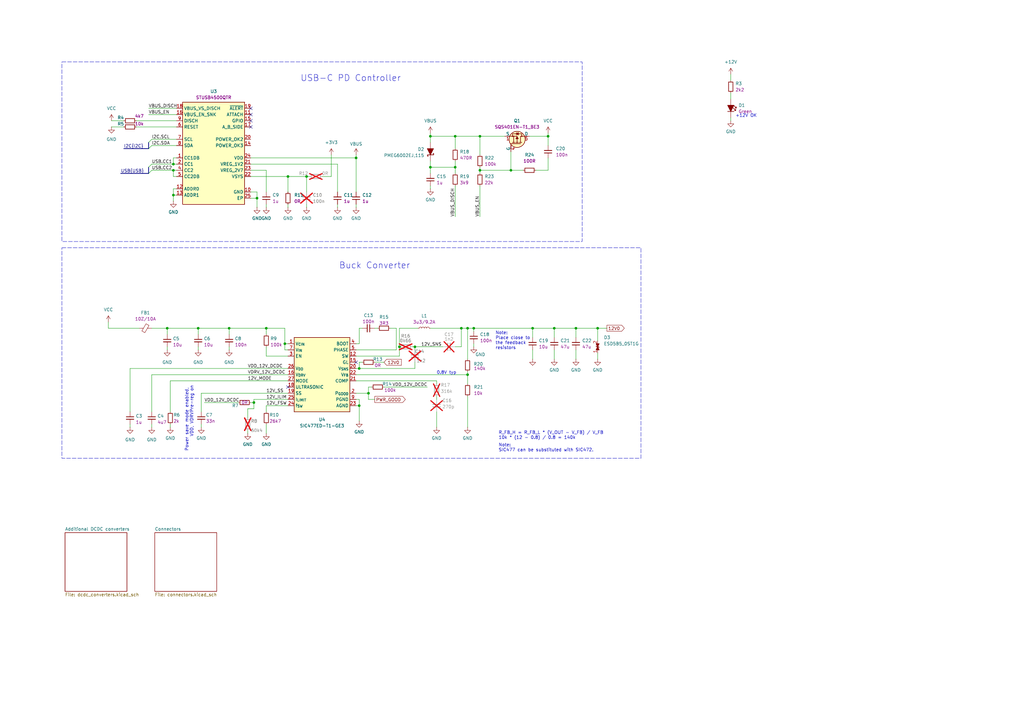
<source format=kicad_sch>
(kicad_sch (version 20230121) (generator eeschema)
  (paper "A3")
  (title_block (title "USB-C-power-adapter") (date "25.03.2024") (rev "1.0.0") (company "Antmicro"))
  (junction (at 118.11 72.39))
  (junction (at 116.84 140.97))
  (junction (at 170.18 142.24))
  (junction (at 71.12 69.85))
  (junction (at 68.58 134.62))
  (junction (at 71.12 80.01))
  (junction (at 176.53 68.58))
  (junction (at 146.05 64.77))
  (junction (at 147.32 151.13))
  (junction (at 176.53 55.88))
  (junction (at 186.69 68.58))
  (junction (at 224.79 55.88))
  (junction (at 104.14 165.1))
  (junction (at 163.83 142.24))
  (junction (at 105.41 81.28))
  (junction (at 196.85 55.88))
  (junction (at 245.11 134.62))
  (junction (at 194.31 134.62))
  (junction (at 186.69 55.88))
  (junction (at 191.77 134.62))
  (junction (at 189.23 134.62))
  (junction (at 236.22 134.62))
  (junction (at 191.77 153.67))
  (junction (at 196.85 69.85))
  (junction (at 81.28 134.62))
  (junction (at 209.55 69.85))
  (junction (at 227.33 134.62))
  (junction (at 71.12 67.31))
  (junction (at 109.22 134.62))
  (junction (at 93.98 134.62))
  (junction (at 125.73 72.39))
  (junction (at 151.13 161.29))
  (junction (at 147.32 166.37))
  (junction (at 218.44 134.62))
  (no_connect (at 102.87 49.53))
  (no_connect (at 102.87 46.99))
  (no_connect (at 102.87 52.07))
  (no_connect (at 146.05 148.59))
  (no_connect (at 118.11 158.75))
  (no_connect (at 102.87 44.45))
  (bus_entry (at 62.23 59.69) (size -1.27 1.27))
  (bus_entry (at 62.23 67.31) (size -1.27 1.27))
  (bus_entry (at 62.23 57.15) (size -1.27 1.27))
  (bus_entry (at 62.23 69.85) (size -1.27 1.27))
  (wire (pts (xy 157.48 158.75) (xy 175.26 158.75)))
  (wire (pts (xy 191.77 162.56) (xy 191.77 175.26)))
  (wire (pts (xy 55.88 52.07) (xy 72.39 52.07)))
  (wire (pts (xy 116.84 143.51) (xy 116.84 140.97)))
  (wire (pts (xy 71.12 80.01) (xy 72.39 80.01)))
  (wire (pts (xy 224.79 69.85) (xy 224.79 64.77)))
  (wire (pts (xy 227.33 134.62) (xy 218.44 134.62)))
  (wire (pts (xy 186.69 142.24) (xy 189.23 142.24)))
  (wire (pts (xy 147.32 151.13) (xy 170.18 151.13)))
  (wire (pts (xy 186.69 55.88) (xy 196.85 55.88)))
  (wire (pts (xy 179.07 168.91) (xy 179.07 175.26)))
  (wire (pts (xy 109.22 146.05) (xy 118.11 146.05)))
  (wire (pts (xy 248.92 134.62) (xy 245.11 134.62)))
  (wire (pts (xy 93.98 134.62) (xy 109.22 134.62)))
  (wire (pts (xy 146.05 146.05) (xy 163.83 146.05)))
  (wire (pts (xy 151.13 163.83) (xy 153.67 163.83)))
  (wire (pts (xy 227.33 134.62) (xy 236.22 134.62)))
  (wire (pts (xy 62.23 69.85) (xy 71.12 69.85)))
  (wire (pts (xy 151.13 163.83) (xy 151.13 161.29)))
  (wire (pts (xy 81.28 134.62) (xy 81.28 137.16)))
  (bus (pts (xy 60.96 58.42) (xy 60.96 60.96)))
  (wire (pts (xy 101.6 167.64) (xy 104.14 167.64)))
  (bus (pts (xy 60.96 68.58) (xy 60.96 71.12)))
  (wire (pts (xy 147.32 148.59) (xy 147.32 151.13)))
  (wire (pts (xy 62.23 153.67) (xy 62.23 168.91)))
  (wire (pts (xy 176.53 71.12) (xy 176.53 68.58)))
  (wire (pts (xy 102.87 165.1) (xy 104.14 165.1)))
  (wire (pts (xy 62.23 134.62) (xy 68.58 134.62)))
  (wire (pts (xy 146.05 153.67) (xy 191.77 153.67)))
  (wire (pts (xy 163.83 134.62) (xy 171.45 134.62)))
  (wire (pts (xy 148.59 148.59) (xy 147.32 148.59)))
  (wire (pts (xy 209.55 69.85) (xy 214.63 69.85)))
  (wire (pts (xy 146.05 64.77) (xy 146.05 78.74)))
  (wire (pts (xy 151.13 158.75) (xy 152.4 158.75)))
  (wire (pts (xy 55.88 49.53) (xy 72.39 49.53)))
  (wire (pts (xy 179.07 162.56) (xy 179.07 163.83)))
  (wire (pts (xy 125.73 72.39) (xy 127 72.39)))
  (wire (pts (xy 102.87 69.85) (xy 109.22 69.85)))
  (wire (pts (xy 147.32 166.37) (xy 147.32 172.72)))
  (wire (pts (xy 118.11 72.39) (xy 118.11 78.74)))
  (wire (pts (xy 146.05 156.21) (xy 179.07 156.21)))
  (wire (pts (xy 194.31 140.97) (xy 194.31 142.24)))
  (wire (pts (xy 191.77 153.67) (xy 191.77 157.48)))
  (wire (pts (xy 147.32 134.62) (xy 148.59 134.62)))
  (wire (pts (xy 147.32 163.83) (xy 146.05 163.83)))
  (wire (pts (xy 45.72 49.53) (xy 50.8 49.53)))
  (wire (pts (xy 82.55 161.29) (xy 118.11 161.29)))
  (wire (pts (xy 93.98 134.62) (xy 93.98 137.16)))
  (wire (pts (xy 105.41 78.74) (xy 105.41 81.28)))
  (wire (pts (xy 72.39 77.47) (xy 71.12 77.47)))
  (wire (pts (xy 196.85 55.88) (xy 196.85 63.5)))
  (wire (pts (xy 176.53 54.61) (xy 176.53 55.88)))
  (wire (pts (xy 186.69 68.58) (xy 186.69 71.12)))
  (wire (pts (xy 219.71 69.85) (xy 224.79 69.85)))
  (wire (pts (xy 176.53 68.58) (xy 176.53 66.04)))
  (wire (pts (xy 176.53 55.88) (xy 176.53 58.42)))
  (wire (pts (xy 176.53 77.47) (xy 176.53 76.2)))
  (wire (pts (xy 196.85 68.58) (xy 196.85 69.85)))
  (wire (pts (xy 69.85 156.21) (xy 118.11 156.21)))
  (wire (pts (xy 179.07 156.21) (xy 179.07 157.48)))
  (wire (pts (xy 162.56 143.51) (xy 162.56 134.62)))
  (wire (pts (xy 138.43 85.09) (xy 138.43 83.82)))
  (wire (pts (xy 62.23 173.99) (xy 62.23 175.26)))
  (wire (pts (xy 191.77 152.4) (xy 191.77 153.67)))
  (wire (pts (xy 104.14 163.83) (xy 118.11 163.83)))
  (wire (pts (xy 68.58 134.62) (xy 68.58 137.16)))
  (wire (pts (xy 109.22 85.09) (xy 109.22 83.82)))
  (wire (pts (xy 146.05 143.51) (xy 162.56 143.51)))
  (wire (pts (xy 44.45 134.62) (xy 57.15 134.62)))
  (wire (pts (xy 196.85 69.85) (xy 196.85 71.12)))
  (wire (pts (xy 224.79 54.61) (xy 224.79 55.88)))
  (wire (pts (xy 227.33 134.62) (xy 227.33 138.43)))
  (wire (pts (xy 125.73 85.09) (xy 125.73 83.82)))
  (wire (pts (xy 101.6 167.64) (xy 101.6 171.45)))
  (wire (pts (xy 116.84 140.97) (xy 118.11 140.97)))
  (wire (pts (xy 62.23 153.67) (xy 118.11 153.67)))
  (wire (pts (xy 217.17 55.88) (xy 224.79 55.88)))
  (wire (pts (xy 104.14 163.83) (xy 104.14 165.1)))
  (wire (pts (xy 236.22 143.51) (xy 236.22 147.32)))
  (wire (pts (xy 71.12 64.77) (xy 71.12 67.31)))
  (bus (pts (xy 60.96 71.12) (xy 49.53 71.12)))
  (wire (pts (xy 135.89 72.39) (xy 132.08 72.39)))
  (wire (pts (xy 176.53 55.88) (xy 186.69 55.88)))
  (wire (pts (xy 102.87 72.39) (xy 118.11 72.39)))
  (wire (pts (xy 147.32 140.97) (xy 146.05 140.97)))
  (wire (pts (xy 194.31 134.62) (xy 194.31 135.89)))
  (wire (pts (xy 163.83 142.24) (xy 163.83 134.62)))
  (wire (pts (xy 146.05 151.13) (xy 147.32 151.13)))
  (wire (pts (xy 53.34 173.99) (xy 53.34 175.26)))
  (wire (pts (xy 227.33 143.51) (xy 227.33 147.32)))
  (wire (pts (xy 109.22 134.62) (xy 116.84 134.62)))
  (wire (pts (xy 196.85 88.9) (xy 196.85 76.2)))
  (wire (pts (xy 62.23 67.31) (xy 71.12 67.31)))
  (wire (pts (xy 60.96 44.45) (xy 72.39 44.45)))
  (wire (pts (xy 146.05 166.37) (xy 147.32 166.37)))
  (wire (pts (xy 71.12 72.39) (xy 72.39 72.39)))
  (wire (pts (xy 109.22 173.99) (xy 109.22 177.8)))
  (wire (pts (xy 153.67 134.62) (xy 154.94 134.62)))
  (wire (pts (xy 176.53 134.62) (xy 189.23 134.62)))
  (wire (pts (xy 170.18 151.13) (xy 170.18 148.59)))
  (wire (pts (xy 105.41 81.28) (xy 105.41 85.09)))
  (wire (pts (xy 71.12 67.31) (xy 72.39 67.31)))
  (wire (pts (xy 102.87 67.31) (xy 138.43 67.31)))
  (wire (pts (xy 189.23 134.62) (xy 191.77 134.62)))
  (wire (pts (xy 116.84 140.97) (xy 116.84 134.62)))
  (wire (pts (xy 71.12 69.85) (xy 72.39 69.85)))
  (wire (pts (xy 236.22 134.62) (xy 236.22 138.43)))
  (wire (pts (xy 146.05 63.5) (xy 146.05 64.77)))
  (wire (pts (xy 189.23 142.24) (xy 189.23 134.62)))
  (wire (pts (xy 82.55 173.99) (xy 82.55 175.26)))
  (wire (pts (xy 168.91 142.24) (xy 170.18 142.24)))
  (wire (pts (xy 118.11 72.39) (xy 125.73 72.39)))
  (wire (pts (xy 299.72 49.53) (xy 299.72 48.26)))
  (wire (pts (xy 60.96 46.99) (xy 72.39 46.99)))
  (wire (pts (xy 109.22 166.37) (xy 109.22 168.91)))
  (wire (pts (xy 105.41 81.28) (xy 102.87 81.28)))
  (wire (pts (xy 72.39 64.77) (xy 71.12 64.77)))
  (wire (pts (xy 83.82 165.1) (xy 97.79 165.1)))
  (wire (pts (xy 162.56 134.62) (xy 160.02 134.62)))
  (wire (pts (xy 62.23 57.15) (xy 72.39 57.15)))
  (wire (pts (xy 245.11 134.62) (xy 245.11 139.7)))
  (wire (pts (xy 163.83 146.05) (xy 163.83 142.24)))
  (wire (pts (xy 186.69 60.96) (xy 186.69 55.88)))
  (wire (pts (xy 151.13 158.75) (xy 151.13 161.29)))
  (wire (pts (xy 71.12 77.47) (xy 71.12 80.01)))
  (wire (pts (xy 147.32 163.83) (xy 147.32 166.37)))
  (wire (pts (xy 62.23 59.69) (xy 72.39 59.69)))
  (wire (pts (xy 109.22 69.85) (xy 109.22 78.74)))
  (wire (pts (xy 101.6 176.53) (xy 101.6 177.8)))
  (wire (pts (xy 125.73 72.39) (xy 125.73 78.74)))
  (wire (pts (xy 109.22 142.24) (xy 109.22 146.05)))
  (wire (pts (xy 118.11 143.51) (xy 116.84 143.51)))
  (wire (pts (xy 45.72 52.07) (xy 50.8 52.07)))
  (wire (pts (xy 207.01 55.88) (xy 196.85 55.88)))
  (wire (pts (xy 146.05 85.09) (xy 146.05 83.82)))
  (wire (pts (xy 93.98 142.24) (xy 93.98 143.51)))
  (wire (pts (xy 236.22 134.62) (xy 245.11 134.62)))
  (wire (pts (xy 69.85 156.21) (xy 69.85 168.91)))
  (wire (pts (xy 109.22 134.62) (xy 109.22 137.16)))
  (wire (pts (xy 194.31 134.62) (xy 218.44 134.62)))
  (wire (pts (xy 82.55 161.29) (xy 82.55 168.91)))
  (wire (pts (xy 191.77 134.62) (xy 194.31 134.62)))
  (wire (pts (xy 191.77 134.62) (xy 191.77 147.32)))
  (wire (pts (xy 138.43 67.31) (xy 138.43 78.74)))
  (wire (pts (xy 170.18 142.24) (xy 181.61 142.24)))
  (wire (pts (xy 218.44 134.62) (xy 218.44 138.43)))
  (wire (pts (xy 170.18 142.24) (xy 170.18 143.51)))
  (wire (pts (xy 69.85 173.99) (xy 69.85 175.26)))
  (wire (pts (xy 153.67 148.59) (xy 157.48 148.59)))
  (wire (pts (xy 102.87 78.74) (xy 105.41 78.74)))
  (wire (pts (xy 147.32 134.62) (xy 147.32 140.97)))
  (wire (pts (xy 68.58 134.62) (xy 81.28 134.62)))
  (wire (pts (xy 104.14 167.64) (xy 104.14 165.1)))
  (wire (pts (xy 176.53 68.58) (xy 186.69 68.58)))
  (wire (pts (xy 299.72 30.48) (xy 299.72 33.02)))
  (wire (pts (xy 299.72 38.1) (xy 299.72 40.64)))
  (wire (pts (xy 44.45 132.08) (xy 44.45 134.62)))
  (wire (pts (xy 245.11 144.78) (xy 245.11 147.32)))
  (wire (pts (xy 186.69 66.04) (xy 186.69 68.58)))
  (wire (pts (xy 71.12 80.01) (xy 71.12 82.55)))
  (wire (pts (xy 196.85 69.85) (xy 209.55 69.85)))
  (wire (pts (xy 53.34 151.13) (xy 118.11 151.13)))
  (wire (pts (xy 209.55 69.85) (xy 209.55 62.23)))
  (wire (pts (xy 68.58 142.24) (xy 68.58 143.51)))
  (wire (pts (xy 146.05 161.29) (xy 151.13 161.29)))
  (wire (pts (xy 71.12 69.85) (xy 71.12 72.39)))
  (wire (pts (xy 224.79 55.88) (xy 224.79 59.69)))
  (wire (pts (xy 118.11 85.09) (xy 118.11 83.82)))
  (wire (pts (xy 135.89 63.5) (xy 135.89 72.39)))
  (bus (pts (xy 60.96 60.96) (xy 50.8 60.96)))
  (wire (pts (xy 102.87 64.77) (xy 146.05 64.77)))
  (wire (pts (xy 218.44 143.51) (xy 218.44 147.32)))
  (wire (pts (xy 186.69 88.9) (xy 186.69 76.2)))
  (wire (pts (xy 53.34 151.13) (xy 53.34 168.91)))
  (wire (pts (xy 118.11 166.37) (xy 109.22 166.37)))
  (wire (pts (xy 81.28 134.62) (xy 93.98 134.62)))
  (wire (pts (xy 81.28 142.24) (xy 81.28 143.51)))
  (rectangle (start 25.4 25.4) (end 238.76 99.06) (stroke (width 0) (type dash)))
  (rectangle (start 25.4 101.6) (end 262.89 187.96) (stroke (width 0) (type dash)))
  (text "Note:\nPlace close to\nthe feedback \nresistors" (at 203.2 143.51 0) (effects (font (size 1.27 1.27)) (justify left bottom)))
  (text "0.8V typ" (at 179.07 153.67 0) (effects (font (size 1.27 1.27)) (justify left bottom)))
  (text "+12V OK" (at 301.625 48.26 0) (effects (font (size 1.27 1.27)) (justify left bottom)))
  (text "Power save mode enabled, \nVDD, VDRVPre-reg on" (at 79.375 158.115 90) (effects (font (size 1.27 1.27)) (justify right bottom)))
  (text "Note:\nSIC477 can be substituted with SIC472." (at 204.47 185.42 0) (effects (font (size 1.27 1.27)) (justify left bottom)))
  (text "USB-C PD Controller" (at 123.19 33.655 0) (effects (font (size 2.54 2.54)) (justify left bottom)))
  (text "Buck Converter" (at 139.065 110.49 0) (effects (font (size 2.54 2.54)) (justify left bottom)))
  (text "R_FB_H = R_FB_L * (V_OUT - V_FB) / V_FB \n10k * (12 - 0.8) / 0.8 = 140k\n" (at 204.47 180.34 0) (effects (font (size 1.27 1.27)) (justify left bottom)))
  (label "USB.CC1" (at 62.23 67.31 0))
  (label "USB.CC2" (at 62.23 69.85 0))
  (label "VBUS_EN" (at 196.85 88.9 90))
  (label "VBUS_EN" (at 60.96 46.99 0))
  (label "12V_FSW" (at 109.22 166.37 0))
  (label "USB{USB}" (at 49.53 71.12 0))
  (label "I2C.SCL" (at 62.23 57.15 0))
  (label "12V_SNS" (at 172.72 142.24 0))
  (label "VDD_12V_DCDC" (at 175.26 158.75 180))
  (label "VDD_12V_DCDC" (at 101.6 151.13 0))
  (label "12V_ILIM" (at 109.22 163.83 0))
  (label "VBUS_DISCH" (at 186.69 88.9 90))
  (label "12V_MODE" (at 101.6 156.21 0))
  (label "VDD_12V_DCDC" (at 83.82 165.1 0))
  (label "I2C.SDA" (at 62.23 59.69 0))
  (label "I2C{I2C}" (at 50.8 60.96 0))
  (label "VDRV_12V_DCDC" (at 101.6 153.67 0))
  (label "VBUS_DISCH" (at 60.96 44.45 0))
  (label "12V_SS" (at 109.22 161.29 0))
  (global_label "PWR_GOOD" (shape output) (at 153.67 163.83 0) (property "Intersheetrefs" "${INTERSHEET_REFS}" (effects hide)))
  (global_label "12V0" (shape input) (at 157.48 148.59 0) (property "Intersheetrefs" "${INTERSHEET_REFS}" (effects hide)))
  (global_label "12V0" (shape output) (at 248.92 134.62 0) (property "Intersheetrefs" "${INTERSHEET_REFS}" (effects hide)))
  (symbol (lib_id "antmicroCapacitors0402:C_100n_0402") (at 153.67 134.62 0) (mirror y) (unit 1)
    (property "Reference" "C13" (at 151.1236 129.3581 0))
    (property "Value" "C_100n_0402" (effects hide))
    (property "Footprint" "antmicro-footprints:C_0402_1005Metric" (effects hide))
    (property "Datasheet" "https://www.murata.com/products/productdetail?partno=GRM155R61H104KE14%23" (effects hide))
    (property "Manufacturer" "Murata" (effects hide))
    (property "MPN" "GRM155R61H104KE14D" (effects hide))
    (property "Val" "100n" (at 151.1236 131.895 0))
    (property "License" "Apache-2.0" (effects hide))
    (property "Author" "Antmicro" (effects hide))
    (property "Voltage" "50V" (effects hide))
    (property "Dielectric" "X5R" (effects hide))
  )
  (symbol (lib_id "antmicroCapacitorsmisc:C_47u_16V_1206") (at 227.33 143.51 90) (unit 1)
    (property "Reference" "C21" (at 229.87 139.7 90) (effects (justify right)))
    (property "Value" "C_47u_16V_1206" (effects hide))
    (property "Footprint" "antmicro-footprints:C_1206_3216Metric" (effects hide))
    (property "Datasheet" "https://product.tdk.com/en/search/capacitor/ceramic/mlcc/info?part_no=C3216X5R1C476M160AB" (effects hide))
    (property "MPN" "C3216X5R1C476M160AB" (effects hide))
    (property "Manufacturer" "TDK" (effects hide))
    (property "License" "Apache-2.0" (effects hide))
    (property "Author" "Antmicro" (effects hide))
    (property "Val" "47u" (at 229.87 142.24 90) (effects (justify right)))
    (property "Voltage" "16V" (effects hide))
    (property "Dielectric" "X5R" (effects hide))
  )
  (symbol (lib_id "antmicropower:GND") (at 93.98 143.51 0) (unit 1)
    (property "Reference" "#PWR026" (effects hide))
    (property "Value" "GND" (at 93.98 148.59 0))
    (property "Author" "Antmicro" (effects hide))
    (property "License" "Apache-2.0" (effects hide))
  )
  (symbol (lib_id "antmicroResistors0402:R_100k_0402") (at 196.85 68.58 90) (unit 1)
    (property "Reference" "R22" (at 198.755 64.77 90) (effects (justify right)))
    (property "Value" "R_100k_0402" (effects hide))
    (property "Footprint" "antmicro-footprints:R_0402_1005Metric" (effects hide))
    (property "Datasheet" "https://www.bourns.com/docs/product-datasheets/cr.pdf" (effects hide))
    (property "MPN" "CR0402-FX-1003GLF" (effects hide))
    (property "Manufacturer" "Bourns" (effects hide))
    (property "License" "Apache-2.0" (effects hide))
    (property "Author" "Antmicro" (effects hide))
    (property "Val" "100k" (at 198.755 67.31 90) (effects (justify right)))
    (property "Tolerance" "1%" (effects hide))
  )
  (symbol (lib_id "antmicroCapacitorsmisc:C_47u_16V_1206") (at 236.22 143.51 90) (unit 1)
    (property "Reference" "C22" (at 238.76 139.7 90) (effects (justify right)))
    (property "Value" "C_47u_16V_1206" (effects hide))
    (property "Footprint" "antmicro-footprints:C_1206_3216Metric" (effects hide))
    (property "Datasheet" "https://product.tdk.com/en/search/capacitor/ceramic/mlcc/info?part_no=C3216X5R1C476M160AB" (effects hide))
    (property "MPN" "C3216X5R1C476M160AB" (effects hide))
    (property "Manufacturer" "TDK" (effects hide))
    (property "License" "Apache-2.0" (effects hide))
    (property "Author" "Antmicro" (effects hide))
    (property "Val" "47u" (at 238.76 142.24 90) (effects (justify right)))
    (property "Voltage" "16V" (effects hide))
    (property "Dielectric" "X5R" (effects hide))
  )
  (symbol (lib_id "antmicroResistors0402:R_60k4_0402") (at 101.6 171.45 270) (unit 1) (in_bom no) (dnp yes)
    (property "Reference" "R8" (at 102.87 172.72 90) (effects (justify left)))
    (property "Value" "R_60k4_0402" (effects hide))
    (property "Footprint" "antmicro-footprints:R_0402_1005Metric" (effects hide))
    (property "Datasheet" "https://www.bourns.com/docs/product-datasheets/cr.pdf" (effects hide))
    (property "Manufacturer" "Bourns" (effects hide))
    (property "MPN" "CR0402-FX-6042GLF" (effects hide))
    (property "Val" "60k4" (at 102.87 176.53 90) (effects (justify left)))
    (property "DNP" "DNP" (effects hide))
    (property "License" "Apache-2.0" (effects hide))
    (property "Author" "Antmicro" (effects hide))
    (property "Tolerance" "1%" (effects hide))
  )
  (symbol (lib_id "antmicroCapacitors0402:C_1n2_50V_0402") (at 170.18 148.59 90) (unit 1) (in_bom no) (dnp yes)
    (property "Reference" "C14" (at 170.18 144.145 90) (effects (justify right)))
    (property "Value" "C_1n2_50V_0402" (effects hide))
    (property "Footprint" "antmicro-footprints:C_0402_1005Metric" (effects hide))
    (property "Datasheet" "https://www.murata.com/products/productdetail?partno=GCM155R71H122KA37%23" (effects hide))
    (property "Manufacturer" "Murata" (effects hide))
    (property "MPN" "GCM155R71H122KA37D" (effects hide))
    (property "Val" "1n2" (at 170.815 147.955 90) (effects (justify right)))
    (property "DNP" "DNP" (effects hide))
    (property "License" "Apache-2.0" (effects hide))
    (property "Author" "Antmicro" (effects hide))
    (property "Voltage" "50V" (effects hide))
  )
  (symbol (lib_id "antmicroResistors0603:R_3k9_0603") (at 186.69 76.2 90) (unit 1)
    (property "Reference" "R19" (at 188.595 72.39 90) (effects (justify right)))
    (property "Value" "R_3k9_0603" (effects hide))
    (property "Footprint" "antmicro-footprints:R_0603_1608Metric" (effects hide))
    (property "Datasheet" "https://www.bourns.com/docs/product-datasheets/cr.pdf" (effects hide))
    (property "MPN" "CR0603-FX-3901ELF" (effects hide))
    (property "Manufacturer" "Bourns" (effects hide))
    (property "License" "Apache-2.0" (effects hide))
    (property "Author" "Antmicro" (effects hide))
    (property "Val" "3k9" (at 188.595 74.93 90) (effects (justify right)))
    (property "Tolerance" "1%" (effects hide))
  )
  (symbol (lib_id "antmicroResistorsmisc:R_4k7_0805") (at 55.88 49.53 180) (unit 1)
    (property "Reference" "R4" (at 49.53 48.26 0))
    (property "Value" "R_4k7_0805" (effects hide))
    (property "Footprint" "antmicro-footprints:R_0805_2012Metric" (effects hide))
    (property "Datasheet" "https://www.bourns.com/docs/product-datasheets/cr.pdf" (effects hide))
    (property "MPN" "CR0805-FX-4701ELF" (effects hide))
    (property "Manufacturer" "Bourns" (effects hide))
    (property "License" "Apache-2.0" (effects hide))
    (property "Author" "Antmicro" (effects hide))
    (property "Val" "4k7" (at 57.15 47.625 0))
    (property "Tolerance" "1%" (effects hide))
  )
  (symbol (lib_id "antmicroCapacitors0402:C_100n_0402") (at 194.31 135.89 270) (unit 1)
    (property "Reference" "C18" (at 196.85 137.1662 90) (effects (justify left)))
    (property "Value" "C_100n_0402" (effects hide))
    (property "Footprint" "antmicro-footprints:C_0402_1005Metric" (effects hide))
    (property "Datasheet" "https://www.murata.com/products/productdetail?partno=GRM155R61H104KE14%23" (effects hide))
    (property "Manufacturer" "Murata" (effects hide))
    (property "MPN" "GRM155R61H104KE14D" (effects hide))
    (property "Val" "100n" (at 196.85 139.7062 90) (effects (justify left)))
    (property "License" "Apache-2.0" (effects hide))
    (property "Author" "Antmicro" (effects hide))
    (property "Voltage" "50V" (effects hide))
    (property "Dielectric" "X5R" (effects hide))
  )
  (symbol (lib_id "antmicroTransistorsFETsMOSFETsSingle:SQS401EN-T1_BE3") (at 209.55 62.23 270) (mirror x) (unit 1) (in_bom no)
    (property "Reference" "Q1" (at 212.09 49.53 90))
    (property "Value" "SQS401EN-T1_BE3" (effects hide))
    (property "Footprint" "antmicro-footprints:Vishay_PowerPAK_1212-8_Single" (effects hide))
    (property "Datasheet" "https://www.vishay.com/docs/65529/sqs401en.pdf" (effects hide))
    (property "MPN" "SQS401EN-T1_BE3" (at 212.09 52.07 90))
    (property "Manufacturer" "Vishay" (effects hide))
    (property "Author" "Antmicro" (effects hide))
    (property "License" "Apache-2.0" (effects hide))
  )
  (symbol (lib_id "antmicroResistors0402:R_0R_0402") (at 127 72.39 0) (unit 1) (in_bom no) (dnp yes)
    (property "Reference" "R12" (at 124.46 71.12 0))
    (property "Value" "R_0R_0402" (effects hide))
    (property "Footprint" "antmicro-footprints:R_0402_1005Metric" (effects hide))
    (property "Datasheet" "https://industrial.panasonic.com/cdbs/www-data/pdf/RDA0000/AOA0000C301.pdf" (effects hide))
    (property "MPN" "ERJ2GE0R00X" (effects hide))
    (property "Manufacturer" "Panasonic" (effects hide))
    (property "License" "Apache-2.0" (effects hide))
    (property "Author" "Antmicro" (effects hide))
    (property "Val" "0R" (at 133.35 71.12 0))
    (property "Current" "1A" (effects hide))
    (property "DNP" "DNP" (effects hide))
  )
  (symbol (lib_id "antmicropower:GND") (at 299.72 49.53 0) (unit 1)
    (property "Reference" "#PWR015" (effects hide))
    (property "Value" "GND" (at 299.72 53.975 0))
    (property "Author" "Antmicro" (effects hide))
    (property "License" "Apache-2.0" (effects hide))
  )
  (symbol (lib_id "antmicropower:VBUS") (at 146.05 63.5 0) (unit 1)
    (property "Reference" "#PWR035" (effects hide))
    (property "Value" "VBUS" (at 146.05 59.055 0))
  )
  (symbol (lib_id "antmicropower:VCC") (at 224.79 54.61 0) (unit 1)
    (property "Reference" "#PWR044" (effects hide))
    (property "Value" "VCC" (at 224.79 49.53 0))
  )
  (symbol (lib_id "antmicroResistors0402:R_2k_0402") (at 69.85 168.91 270) (unit 1)
    (property "Reference" "R6" (at 71.12 170.18 90) (effects (justify left)))
    (property "Value" "R_2k_0402" (effects hide))
    (property "Footprint" "antmicro-footprints:R_0402_1005Metric" (effects hide))
    (property "Datasheet" "https://www.bourns.com/docs/product-datasheets/cr.pdf" (effects hide))
    (property "Manufacturer" "Bourns" (effects hide))
    (property "MPN" "CR0402-FX-2001GLF" (effects hide))
    (property "Val" "2k" (at 71.12 172.72 90) (effects (justify left)))
    (property "License" "Apache-2.0" (effects hide))
    (property "Author" "Antmicro" (effects hide))
    (property "Tolerance" "1%" (effects hide))
  )
  (symbol (lib_id "antmicroFerriteBeadsandChips:FB_10Z_10A_WE-MPSB_1206") (at 57.15 134.62 0) (unit 1)
    (property "Reference" "FB1" (at 59.6519 128.27 0))
    (property "Value" "FB_10Z_10A_WE-MPSB_1206" (effects hide))
    (property "Footprint" "antmicro-footprints:FB_1206_3216Metric" (effects hide))
    (property "Datasheet" "https://www.we-online.com/catalog/datasheet/74279221100.pdf" (effects hide))
    (property "MPN" "74279221100" (effects hide))
    (property "Manufacturer" "Würth Elektronik" (effects hide))
    (property "Author" "Antmicro" (effects hide))
    (property "License" "Apache-2.0" (effects hide))
    (property "Val" "10Z/10A" (at 59.6519 130.81 0))
  )
  (symbol (lib_id "antmicropower:GND") (at 138.43 85.09 0) (mirror y) (unit 1)
    (property "Reference" "#PWR034" (effects hide))
    (property "Value" "GND" (at 138.43 89.535 0))
    (property "Author" "Antmicro" (effects hide))
    (property "License" "Apache-2.0" (effects hide))
  )
  (symbol (lib_id "antmicroCapacitors0603:C_10u_25V_0603") (at 218.44 143.51 90) (unit 1)
    (property "Reference" "C19" (at 220.98 139.6936 90) (effects (justify right)))
    (property "Value" "C_10u_25V_0603" (effects hide))
    (property "Footprint" "antmicro-footprints:C_0603_1608Metric" (effects hide))
    (property "Datasheet" "https://product.tdk.com/en/search/capacitor/ceramic/mlcc/info?part_no=C1608X5R1E106M080AC" (effects hide))
    (property "MPN" "C1608X5R1E106M080AC" (effects hide))
    (property "Manufacturer" "TDK" (effects hide))
    (property "License" "Apache-2.0" (effects hide))
    (property "Author" "Antmicro" (effects hide))
    (property "Val" "10u" (at 220.98 142.2336 90) (effects (justify right)))
    (property "Voltage" "25V" (effects hide))
  )
  (symbol (lib_id "antmicroCapacitors0402:C_1n2_50V_0402") (at 181.61 142.24 0) (unit 1) (in_bom no) (dnp yes)
    (property "Reference" "C17" (at 184.15 137.16 0))
    (property "Value" "C_1n2_50V_0402" (effects hide))
    (property "Footprint" "antmicro-footprints:C_0402_1005Metric" (effects hide))
    (property "Datasheet" "https://www.murata.com/products/productdetail?partno=GCM155R71H122KA37%23" (effects hide))
    (property "Manufacturer" "Murata" (effects hide))
    (property "MPN" "GCM155R71H122KA37D" (effects hide))
    (property "Val" "1n2" (at 184.15 139.065 0))
    (property "DNP" "DNP" (effects hide))
    (property "License" "Apache-2.0" (effects hide))
    (property "Author" "Antmicro" (effects hide))
    (property "Voltage" "50V" (effects hide))
  )
  (symbol (lib_id "antmicropower:GND") (at 176.53 77.47 0) (mirror y) (unit 1)
    (property "Reference" "#PWR039" (effects hide))
    (property "Value" "GND" (at 176.53 81.915 0))
    (property "Author" "Antmicro" (effects hide))
    (property "License" "Apache-2.0" (effects hide))
  )
  (symbol (lib_id "antmicropower:GND") (at 179.07 175.26 0) (mirror y) (unit 1)
    (property "Reference" "#PWR040" (effects hide))
    (property "Value" "GND" (at 179.07 179.705 0))
    (property "Author" "Antmicro" (effects hide))
    (property "License" "Apache-2.0" (effects hide))
  )
  (symbol (lib_id "antmicroResistors0402:R_100k_0402") (at 109.22 142.24 90) (unit 1)
    (property "Reference" "R9" (at 110.871 138.8653 90) (effects (justify right)))
    (property "Value" "R_100k_0402" (effects hide))
    (property "Footprint" "antmicro-footprints:R_0402_1005Metric" (effects hide))
    (property "Datasheet" "https://www.bourns.com/docs/product-datasheets/cr.pdf" (effects hide))
    (property "Manufacturer" "Bourns" (effects hide))
    (property "MPN" "CR0402-FX-1003GLF" (effects hide))
    (property "Val" "100k" (at 110.871 141.4022 90) (effects (justify right)))
    (property "License" "Apache-2.0" (effects hide))
    (property "Author" "Antmicro" (effects hide))
    (property "Tolerance" "1%" (effects hide))
  )
  (symbol (lib_id "antmicroDCDCConverters:SIC477ED-T1-GE3") (at 118.11 140.97 0) (unit 1)
    (property "Reference" "U4" (at 132.08 172.085 0))
    (property "Value" "SIC477ED-T1-GE3" (at 132.08 174.625 0))
    (property "Footprint" "antmicro-footprints:SIC47XED-T1-GE3" (effects hide))
    (property "Datasheet" "https://www.vishay.com/docs/75786/sic47x.pdf" (effects hide))
    (property "Manufacturer" "Vishay" (effects hide))
    (property "MPN" "SIC477ED-T1-GE3" (effects hide))
    (property "Author" "Antmicro" (effects hide))
    (property "License" "Apache-2.0" (effects hide))
  )
  (symbol (lib_id "antmicropower:VCC") (at 45.72 49.53 0) (unit 1)
    (property "Reference" "#PWR017" (effects hide))
    (property "Value" "VCC" (at 45.72 44.45 0))
  )
  (symbol (lib_id "antmicroResistors0402:R_22k_0402") (at 196.85 76.2 90) (unit 1)
    (property "Reference" "R23" (at 198.755 72.39 90) (effects (justify right)))
    (property "Value" "R_22k_0402" (effects hide))
    (property "Footprint" "antmicro-footprints:R_0402_1005Metric" (effects hide))
    (property "Datasheet" "https://www.bourns.com/docs/product-datasheets/cr.pdf" (effects hide))
    (property "MPN" "CR0402-FX-2202GLF" (effects hide))
    (property "Manufacturer" "Bourns" (effects hide))
    (property "License" "Apache-2.0" (effects hide))
    (property "Author" "Antmicro" (effects hide))
    (property "Val" "22k" (at 198.755 74.93 90) (effects (justify right)))
    (property "Tolerance" "1%" (effects hide))
  )
  (symbol (lib_id "antmicropower:GND") (at 146.05 85.09 0) (mirror y) (unit 1)
    (property "Reference" "#PWR036" (effects hide))
    (property "Value" "GND" (at 146.05 89.535 0))
    (property "Author" "Antmicro" (effects hide))
    (property "License" "Apache-2.0" (effects hide))
  )
  (symbol (lib_id "antmicroCapacitors0402:C_1u_0402") (at 138.43 83.82 90) (unit 1)
    (property "Reference" "C11" (at 140.97 80.0036 90) (effects (justify right)))
    (property "Value" "C_1u_0402" (effects hide))
    (property "Footprint" "antmicro-footprints:C_0402_1005Metric" (effects hide))
    (property "Datasheet" "https://product.tdk.com/en/search/capacitor/ceramic/mlcc/info?part_no=C1005X6S1A105K050BC" (effects hide))
    (property "MPN" "C1005X6S1A105K050BC" (effects hide))
    (property "Manufacturer" "TDK" (effects hide))
    (property "License" "Apache-2.0" (effects hide))
    (property "Author" "Antmicro" (effects hide))
    (property "Val" "1u" (at 140.97 82.5436 90) (effects (justify right)))
  )
  (symbol (lib_id "antmicroPMICPowerDistributionSwitchesLoadDrivers:STUSB4500_QFN") (at 72.39 44.45 0) (unit 1)
    (property "Reference" "U3" (at 87.63 37.465 0))
    (property "Value" "STUSB4500_QFN" (effects hide))
    (property "Footprint" "antmicro-footprints:QFN-24-1EP_4x4mm_P0.5_EP2.1x2.1mm" (effects hide))
    (property "Datasheet" "https://www.mouser.com/datasheet/2/389/dm00489312-1799262.pdf" (effects hide))
    (property "MPN" "STUSB4500QTR" (at 87.63 40.005 0))
    (property "Manufacturer" "STMicroelectronics" (effects hide))
    (property "Author" "Antmicro" (effects hide))
    (property "License" "Apache-2.0" (effects hide))
  )
  (symbol (lib_id "antmicroCapacitorsmisc:C_100n_50V_0402") (at 93.98 137.16 270) (unit 1)
    (property "Reference" "C8" (at 96.3041 138.8716 90) (effects (justify left)))
    (property "Value" "C_100n_50V_0402" (effects hide))
    (property "Footprint" "antmicro-footprints:C_0402_1005Metric" (effects hide))
    (property "Datasheet" "https://www.murata.com/products/productdetail?partno=GRM155R71H104KE14%23" (effects hide))
    (property "Manufacturer" "Murata" (effects hide))
    (property "MPN" "GRM155R71H104KE14D" (effects hide))
    (property "Val" "100n" (at 96.3041 141.4085 90) (effects (justify left)))
    (property "License" "Apache-2.0" (effects hide))
    (property "Author" "Antmicro" (effects hide))
    (property "Voltage" "50V" (effects hide))
  )
  (symbol (lib_id "antmicropower:GND") (at 69.85 175.26 0) (unit 1)
    (property "Reference" "#PWR022" (effects hide))
    (property "Value" "GND" (at 69.85 179.705 0))
    (property "Author" "Antmicro" (effects hide))
    (property "License" "Apache-2.0" (effects hide))
  )
  (symbol (lib_id "antmicropower:GND") (at 194.31 142.24 0) (unit 1)
    (property "Reference" "#PWR042" (effects hide))
    (property "Value" "GND" (at 194.945 145.415 0) (effects (justify left)))
    (property "Author" "Antmicro" (effects hide))
    (property "License" "Apache-2.0" (effects hide))
  )
  (symbol (lib_id "antmicroCapacitors0603:C_4u7_0603") (at 62.23 168.91 270) (unit 1)
    (property "Reference" "C4" (at 64.5541 170.6216 90) (effects (justify left)))
    (property "Value" "C_4u7_0603" (effects hide))
    (property "Footprint" "antmicro-footprints:C_0603_1608Metric" (effects hide))
    (property "Datasheet" "https://product.tdk.com/en/search/capacitor/ceramic/mlcc/info?part_no=C1608X5R1V475M080AC" (effects hide))
    (property "Manufacturer" "TDK" (effects hide))
    (property "MPN" "C1608X5R1V475M080AC" (effects hide))
    (property "Val" "4u7" (at 64.5541 173.1585 90) (effects (justify left)))
    (property "License" "Apache-2.0" (effects hide))
    (property "Author" "Antmicro" (effects hide))
  )
  (symbol (lib_id "antmicroResistors0402:R_10k_0402") (at 55.88 52.07 180) (unit 1)
    (property "Reference" "R5" (at 49.53 50.8 0))
    (property "Value" "R_10k_0402" (effects hide))
    (property "Footprint" "antmicro-footprints:R_0402_1005Metric" (effects hide))
    (property "Datasheet" "https://www.bourns.com/docs/product-datasheets/cr.pdf" (effects hide))
    (property "MPN" "CR0402-FX-1002GLF" (effects hide))
    (property "Manufacturer" "Bourns" (effects hide))
    (property "License" "Apache-2.0" (effects hide))
    (property "Author" "Antmicro" (effects hide))
    (property "Val" "10k" (at 57.15 50.8 0))
    (property "Tolerance" "1%" (effects hide))
  )
  (symbol (lib_id "antmicropower:GND") (at 147.32 172.72 0) (unit 1)
    (property "Reference" "#PWR037" (effects hide))
    (property "Value" "GND" (at 147.32 177.165 0))
    (property "Author" "Antmicro" (effects hide))
    (property "License" "Apache-2.0" (effects hide))
  )
  (symbol (lib_id "antmicropower:GND") (at 53.34 175.26 0) (mirror y) (unit 1)
    (property "Reference" "#PWR019" (effects hide))
    (property "Value" "GND" (at 53.34 180.34 0))
    (property "Author" "Antmicro" (effects hide))
    (property "License" "Apache-2.0" (effects hide))
  )
  (symbol (lib_id "antmicroTVSDiodes:ESD5B5_0ST1G") (at 245.11 144.78 90) (unit 1)
    (property "Reference" "D3" (at 247.65 138.4299 90) (effects (justify right)))
    (property "Value" "ESD5B5_0ST1G" (at 247.65 140.9699 90) (effects (justify right)))
    (property "Footprint" "antmicro-footprints:SOD-523_NP" (effects hide))
    (property "Datasheet" "https://www.mouser.com/datasheet/2/308/ESD5B5_0ST1_D-1805066.pdf" (effects hide))
    (property "Manufacturer" "ON Semiconductor" (effects hide))
    (property "MPN" "ESD5B5.0ST1G" (effects hide))
    (property "Author" "Antmicro" (effects hide))
    (property "License" "Apache-2.0" (effects hide))
  )
  (symbol (lib_id "antmicroResistors0402:R_140k_0.1%_0402") (at 191.77 152.4 90) (unit 1)
    (property "Reference" "R20" (at 198.12 148.59 90) (effects (justify left bottom)))
    (property "Value" "R_140k_0.1%_0402" (effects hide))
    (property "Footprint" "antmicro-footprints:R_0402_1005Metric" (effects hide))
    (property "Datasheet" "https://www.vishay.com/docs/28758/tnpw_e3.pdf" (effects hide))
    (property "MPN" "TNPW1206140KBEEA" (effects hide))
    (property "Val" "140k" (at 194.31 151.13 90) (effects (justify right)))
    (property "Manufacturer" "template_manufacturer" (effects hide))
    (property "Tolerance" "0.1%" (effects hide))
    (property "License" "Apache-2.0" (effects hide))
    (property "Author" "Antmicro" (effects hide))
  )
  (symbol (lib_id "antmicroLEDIndicationDiscrete:LED_G_0603_LG_L29K-G2J1-24-Z") (at 299.72 40.64 270) (unit 1)
    (property "Reference" "D1" (at 302.895 43.18 90) (effects (justify left)))
    (property "Value" "LED_G_0603_LG_L29K-G2J1-24-Z" (effects hide))
    (property "Footprint" "antmicro-footprints:LED_0603_1608Metric_G" (effects hide))
    (property "Datasheet" "https://dammedia.osram.info/media/resource/hires/osram-dam-2493945/LG%20L29K.pdf" (effects hide))
    (property "MPN" "LG L29K-G2J1-24-Z" (effects hide))
    (property "Manufacturer" "OSRAM" (effects hide))
    (property "Color" "Green" (at 302.895 45.72 90) (effects (justify left)))
    (property "Author" "Antmicro" (effects hide))
    (property "License" "Apache-2.0" (effects hide))
  )
  (symbol (lib_id "antmicroResistors0402:R_10k_0.1%_0402") (at 191.77 162.56 90) (unit 1)
    (property "Reference" "R21" (at 194.31 158.75 90) (effects (justify right)))
    (property "Value" "R_10k_0.1%_0402" (effects hide))
    (property "Footprint" "antmicro-footprints:R_0402_1005Metric" (effects hide))
    (property "Datasheet" "https://www.mouser.pl/datasheet/2/54/CRT-1649066.pdf" (effects hide))
    (property "MPN" "CRT0402-BY-1002GLF " (effects hide))
    (property "Val" "10k" (at 194.31 161.29 90) (effects (justify right)))
    (property "Manufacturer" "template_manufacturer" (effects hide))
    (property "Tolerance" "0.1%" (effects hide))
    (property "License" "Apache-2.0" (effects hide))
    (property "Author" "Antmicro" (effects hide))
  )
  (symbol (lib_id "antmicropower:+3V3") (at 135.89 63.5 0) (unit 1)
    (property "Reference" "#PWR033" (effects hide))
    (property "Value" "+3V3" (at 135.89 58.42 0))
    (property "Author" "Antmicro" (effects hide))
    (property "License" "Apache-2.0" (effects hide))
  )
  (symbol (lib_id "antmicroResistors0402:R_100R_0402") (at 214.63 69.85 0) (unit 1)
    (property "Reference" "R24" (at 217.17 63.5 0))
    (property "Value" "R_100R_0402" (effects hide))
    (property "Footprint" "antmicro-footprints:R_0402_1005Metric" (effects hide))
    (property "Datasheet" "https://www.bourns.com/docs/product-datasheets/cr.pdf" (effects hide))
    (property "MPN" "CR0402-FX-1000GLF" (effects hide))
    (property "Manufacturer" "Bourns" (effects hide))
    (property "License" "Apache-2.0" (effects hide))
    (property "Author" "Antmicro" (effects hide))
    (property "Val" "100R" (at 217.17 66.04 0))
    (property "Tolerance" "1%" (effects hide))
  )
  (symbol (lib_id "antmicroResistors0402:R_0R_0402") (at 97.79 165.1 0) (unit 1)
    (property "Reference" "R7" (at 96.52 166.37 0))
    (property "Value" "R_0R_0402" (effects hide))
    (property "Footprint" "antmicro-footprints:R_0402_1005Metric" (effects hide))
    (property "Datasheet" "https://industrial.panasonic.com/cdbs/www-data/pdf/RDA0000/AOA0000C301.pdf" (effects hide))
    (property "Manufacturer" "Panasonic" (effects hide))
    (property "MPN" "ERJ2GE0R00X" (effects hide))
    (property "Val" "0R" (at 100.33 165.1 0))
    (property "License" "Apache-2.0" (effects hide))
    (property "Author" "Antmicro" (effects hide))
    (property "Current" "1A" (effects hide))
  )
  (symbol (lib_id "antmicroCapacitors0402:C_1u_0402") (at 109.22 83.82 90) (unit 1)
    (property "Reference" "C9" (at 111.76 80.0036 90) (effects (justify right)))
    (property "Value" "C_1u_0402" (effects hide))
    (property "Footprint" "antmicro-footprints:C_0402_1005Metric" (effects hide))
    (property "Datasheet" "https://product.tdk.com/en/search/capacitor/ceramic/mlcc/info?part_no=C1005X6S1A105K050BC" (effects hide))
    (property "MPN" "C1005X6S1A105K050BC" (effects hide))
    (property "Manufacturer" "TDK" (effects hide))
    (property "License" "Apache-2.0" (effects hide))
    (property "Author" "Antmicro" (effects hide))
    (property "Val" "1u" (at 111.76 82.5436 90) (effects (justify right)))
  )
  (symbol (lib_id "antmicroResistors0402:R_0R_0402") (at 118.11 83.82 90) (unit 1)
    (property "Reference" "R11" (at 120.65 80.01 90) (effects (justify right)))
    (property "Value" "R_0R_0402" (effects hide))
    (property "Footprint" "antmicro-footprints:R_0402_1005Metric" (effects hide))
    (property "Datasheet" "https://industrial.panasonic.com/cdbs/www-data/pdf/RDA0000/AOA0000C301.pdf" (effects hide))
    (property "MPN" "ERJ2GE0R00X" (effects hide))
    (property "Manufacturer" "Panasonic" (effects hide))
    (property "License" "Apache-2.0" (effects hide))
    (property "Author" "Antmicro" (effects hide))
    (property "Val" "0R" (at 120.65 82.55 90) (effects (justify right)))
    (property "Current" "1A" (effects hide))
  )
  (symbol (lib_id "antmicroCapacitors0402:C_33n_0402") (at 82.55 168.91 270) (unit 1)
    (property "Reference" "C7" (at 84.455 170.18 90) (effects (justify left)))
    (property "Value" "C_33n_0402" (effects hide))
    (property "Footprint" "antmicro-footprints:C_0402_1005Metric" (effects hide))
    (property "Datasheet" "https://www.murata.com/products/productdetail?partno=GCM155R71E333KA55%23" (effects hide))
    (property "Manufacturer" "Murata" (effects hide))
    (property "MPN" "GCM155R71E333KA55D" (effects hide))
    (property "Val" "33n" (at 84.455 172.72 90) (effects (justify left)))
    (property "License" "Apache-2.0" (effects hide))
    (property "Author" "Antmicro" (effects hide))
  )
  (symbol (lib_id "antmicroResistors0402:R_100k_0402") (at 152.4 158.75 0) (unit 1)
    (property "Reference" "R14" (at 158.75 157.48 0))
    (property "Value" "R_100k_0402" (effects hide))
    (property "Footprint" "antmicro-footprints:R_0402_1005Metric" (effects hide))
    (property "Datasheet" "https://www.bourns.com/docs/product-datasheets/cr.pdf" (effects hide))
    (property "Manufacturer" "Bourns" (effects hide))
    (property "MPN" "CR0402-FX-1003GLF" (effects hide))
    (property "Val" "100k" (at 160.02 160.02 0))
    (property "License" "Apache-2.0" (effects hide))
    (property "Author" "Antmicro" (effects hide))
    (property "Tolerance" "1%" (effects hide))
  )
  (symbol (lib_id "antmicropower:GND") (at 101.6 177.8 0) (unit 1)
    (property "Reference" "#PWR027" (effects hide))
    (property "Value" "GND" (at 101.6 182.245 0))
    (property "Author" "Antmicro" (effects hide))
    (property "License" "Apache-2.0" (effects hide))
  )
  (symbol (lib_id "antmicropower:GND") (at 71.12 82.55 0) (unit 1)
    (property "Reference" "#PWR023" (effects hide))
    (property "Value" "GND" (at 71.12 86.995 0))
    (property "Author" "Antmicro" (effects hide))
    (property "License" "Apache-2.0" (effects hide))
  )
  (symbol (lib_id "antmicropower:GND") (at 105.41 85.09 0) (mirror y) (unit 1)
    (property "Reference" "#PWR028" (effects hide))
    (property "Value" "GND" (at 105.41 89.535 0))
    (property "Author" "Antmicro" (effects hide))
    (property "License" "Apache-2.0" (effects hide))
  )
  (symbol (lib_id "antmicropower:GND") (at 236.22 147.32 0) (mirror y) (unit 1)
    (property "Reference" "#PWR046" (effects hide))
    (property "Value" "GND" (at 236.22 151.765 0))
    (property "Author" "Antmicro" (effects hide))
    (property "License" "Apache-2.0" (effects hide))
  )
  (symbol (lib_id "antmicroCapacitors0402:C_1u_0402") (at 146.05 83.82 90) (unit 1)
    (property "Reference" "C12" (at 148.59 80.0036 90) (effects (justify right)))
    (property "Value" "C_1u_0402" (effects hide))
    (property "Footprint" "antmicro-footprints:C_0402_1005Metric" (effects hide))
    (property "Datasheet" "https://product.tdk.com/en/search/capacitor/ceramic/mlcc/info?part_no=C1005X6S1A105K050BC" (effects hide))
    (property "MPN" "C1005X6S1A105K050BC" (effects hide))
    (property "Manufacturer" "TDK" (effects hide))
    (property "License" "Apache-2.0" (effects hide))
    (property "Author" "Antmicro" (effects hide))
    (property "Val" "1u" (at 148.59 82.5436 90) (effects (justify right)))
  )
  (symbol (lib_id "antmicropower:GND") (at 68.58 143.51 0) (unit 1)
    (property "Reference" "#PWR021" (effects hide))
    (property "Value" "GND" (at 68.58 148.59 0))
    (property "Author" "Antmicro" (effects hide))
    (property "License" "Apache-2.0" (effects hide))
  )
  (symbol (lib_id "antmicroCapacitors0402:C_100n_50V_X8L_0402") (at 224.79 64.77 90) (unit 1)
    (property "Reference" "C20" (at 227.965 60.9536 90) (effects (justify right)))
    (property "Value" "C_100n_50V_X8L_0402" (effects hide))
    (property "Footprint" "antmicro-footprints:C_0402_1005Metric" (effects hide))
    (property "Datasheet" "https://www.mouser.com/datasheet/2/281/1/GCM155L8EH104KE07_01A-3142095.pdf" (effects hide))
    (property "MPN" "GCM155L8EH104KE07D" (effects hide))
    (property "Val" "100n" (at 227.965 63.4936 90) (effects (justify right)))
    (property "Voltage" "50V" (effects hide))
    (property "Dielectric" "X8L" (effects hide))
    (property "Manufacturer" "Murata" (effects hide))
    (property "License" "Apache-2.0" (effects hide))
    (property "Author" "Antmicro" (effects hide))
  )
  (symbol (lib_id "antmicropower:+12V") (at 299.72 30.48 0) (unit 1)
    (property "Reference" "#PWR014" (effects hide))
    (property "Value" "+12V" (at 299.72 25.4 0))
  )
  (symbol (lib_id "antmicroResistors0402:R_3R3_0402") (at 154.94 134.62 0) (mirror x) (unit 1)
    (property "Reference" "R15" (at 157.48 130.0312 0))
    (property "Value" "R_3R3_0402" (effects hide))
    (property "Footprint" "antmicro-footprints:R_0402_1005Metric" (effects hide))
    (property "Datasheet" "https://www.bourns.com/docs/product-datasheets/cr.pdf" (effects hide))
    (property "Manufacturer" "Bourns" (effects hide))
    (property "MPN" "CR0402-FX-3R30GLF" (effects hide))
    (property "Val" "3R3" (at 157.48 132.5681 0))
    (property "License" "Apache-2.0" (effects hide))
    (property "Author" "Antmicro" (effects hide))
    (property "Tolerance" "1%" (effects hide))
  )
  (symbol (lib_id "antmicroResistors0402:R_316k_0402") (at 179.07 157.48 90) (mirror x) (unit 1) (in_bom no) (dnp yes)
    (property "Reference" "R17" (at 180.721 157.9169 90) (effects (justify right)))
    (property "Value" "R_316k_0402" (effects hide))
    (property "Footprint" "antmicro-footprints:R_0402_1005Metric" (effects hide))
    (property "Datasheet" "https://www.bourns.com/docs/product-datasheets/cr.pdf" (effects hide))
    (property "Manufacturer" "Bourns" (effects hide))
    (property "MPN" "CR0402-FX-3163GLF" (effects hide))
    (property "Val" "316k" (at 180.721 160.4538 90) (effects (justify right)))
    (property "DNP" "DNP" (effects hide))
    (property "License" "Apache-2.0" (effects hide))
    (property "Author" "Antmicro" (effects hide))
    (property "Tolerance" "1%" (effects hide))
  )
  (symbol (lib_id "antmicropower:VCC") (at 44.45 132.08 0) (unit 1)
    (property "Reference" "#PWR016" (effects hide))
    (property "Value" "VCC" (at 44.45 127 0))
  )
  (symbol (lib_id "antmicropower:GND") (at 62.23 175.26 0) (mirror y) (unit 1)
    (property "Reference" "#PWR020" (effects hide))
    (property "Value" "GND" (at 62.23 180.34 0))
    (property "Author" "Antmicro" (effects hide))
    (property "License" "Apache-2.0" (effects hide))
  )
  (symbol (lib_id "antmicropower:GND") (at 81.28 143.51 0) (unit 1)
    (property "Reference" "#PWR024" (effects hide))
    (property "Value" "GND" (at 81.28 148.59 0))
    (property "Author" "Antmicro" (effects hide))
    (property "License" "Apache-2.0" (effects hide))
  )
  (symbol (lib_id "antmicroDiodesRectifiersSingle:PMEG6002EJ,115") (at 176.53 58.42 90) (mirror x) (unit 1)
    (property "Reference" "D2" (at 173.99 61.214 90) (effects (justify left)))
    (property "Value" "PMEG6002EJ,115" (at 173.99 63.754 90) (effects (justify left)))
    (property "Footprint" "antmicro-footprints:D_SOD-323F" (effects hide))
    (property "Datasheet" "https://www.farnell.com/datasheets/1443391.pdf" (effects hide))
    (property "MPN" "PMEG6002EJ,115" (effects hide))
    (property "Manufacturer" "Nexperia" (effects hide))
    (property "Author" "Antmicro" (effects hide))
    (property "License" "Apache-2.0" (effects hide))
  )
  (symbol (lib_id "antmicroCapacitors0402:C_100n_0402") (at 125.73 83.82 90) (unit 1) (in_bom no) (dnp yes)
    (property "Reference" "C10" (at 128.27 80.0036 90) (effects (justify right)))
    (property "Value" "C_100n_0402" (effects hide))
    (property "Footprint" "antmicro-footprints:C_0402_1005Metric" (effects hide))
    (property "Datasheet" "https://www.murata.com/products/productdetail?partno=GRM155R61H104KE14%23" (effects hide))
    (property "MPN" "GRM155R61H104KE14D" (effects hide))
    (property "Manufacturer" "Murata" (effects hide))
    (property "License" "Apache-2.0" (effects hide))
    (property "Author" "Antmicro" (effects hide))
    (property "Val" "100n" (at 128.27 82.5436 90) (effects (justify right)))
    (property "Voltage" "50V" (effects hide))
    (property "Dielectric" "X5R" (effects hide))
    (property "DNP" "DNP" (effects hide))
  )
  (symbol (lib_id "antmicropower:GND") (at 109.22 177.8 0) (unit 1)
    (property "Reference" "#PWR029" (effects hide))
    (property "Value" "GND" (at 109.22 182.245 0))
    (property "Author" "Antmicro" (effects hide))
    (property "License" "Apache-2.0" (effects hide))
  )
  (symbol (lib_id "antmicropower:GND") (at 82.55 175.26 0) (unit 1)
    (property "Reference" "#PWR025" (effects hide))
    (property "Value" "GND" (at 82.55 179.705 0))
    (property "Author" "Antmicro" (effects hide))
    (property "License" "Apache-2.0" (effects hide))
  )
  (symbol (lib_id "antmicropower:GND") (at 245.11 147.32 0) (unit 1)
    (property "Reference" "#PWR047" (effects hide))
    (property "Value" "GND" (at 245.11 151.765 0))
    (property "Author" "Antmicro" (effects hide))
    (property "License" "Apache-2.0" (effects hide))
  )
  (symbol (lib_id "antmicroResistors0603:R_470R_0603") (at 186.69 66.04 90) (unit 1)
    (property "Reference" "R18" (at 188.595 62.23 90) (effects (justify right)))
    (property "Value" "R_470R_0603" (effects hide))
    (property "Footprint" "antmicro-footprints:R_0603_1608Metric" (effects hide))
    (property "Datasheet" "https://www.bourns.com/docs/product-datasheets/cr.pdf" (effects hide))
    (property "MPN" "CR0603-FX-4700ELF" (effects hide))
    (property "Manufacturer" "Bourns" (effects hide))
    (property "License" "Apache-2.0" (effects hide))
    (property "Author" "Antmicro" (effects hide))
    (property "Val" "470R" (at 188.595 64.77 90) (effects (justify right)))
    (property "Tolerance" "1%" (effects hide))
  )
  (symbol (lib_id "antmicropower:VBUS") (at 176.53 54.61 0) (unit 1)
    (property "Reference" "#PWR038" (effects hide))
    (property "Value" "VBUS" (at 176.53 49.53 0))
  )
  (symbol (lib_id "antmicroCapacitors0402:C_270p_25V_0402") (at 179.07 163.83 90) (mirror x) (unit 1) (in_bom no) (dnp yes)
    (property "Reference" "C16" (at 181.3941 164.2732 90) (effects (justify right)))
    (property "Value" "C_270p_25V_0402" (effects hide))
    (property "Footprint" "antmicro-footprints:C_0402_1005Metric" (effects hide))
    (property "Datasheet" "https://www.kemet.com/en/us/capacitors/product/C0402C271J3GAC7867.html" (effects hide))
    (property "Manufacturer" "KEMET" (effects hide))
    (property "MPN" "C0402C271J3GAC7867" (effects hide))
    (property "Val" "270p" (at 181.3941 166.8101 90) (effects (justify right)))
    (property "DNP" "DNP" (effects hide))
    (property "License" "Apache-2.0" (effects hide))
    (property "Author" "Antmicro" (effects hide))
    (property "Voltage" "25V" (effects hide))
  )
  (symbol (lib_id "antmicroCapacitorsmisc:C_10u_1206_50V") (at 68.58 137.16 270) (unit 1)
    (property "Reference" "C5" (at 70.9041 138.8716 90) (effects (justify left)))
    (property "Value" "C_10u_1206_50V" (effects hide))
    (property "Footprint" "antmicro-footprints:C_1206_3216Metric" (effects hide))
    (property "Datasheet" "https://product.tdk.com/en/search/capacitor/ceramic/mlcc/info?part_no=C3216X7R1H106K160AE" (effects hide))
    (property "Manufacturer" "TDK" (effects hide))
    (property "MPN" "C3216X7R1H106K160AE" (effects hide))
    (property "Val" "10u" (at 70.9041 141.4085 90) (effects (justify left)))
    (property "License" "Apache-2.0" (effects hide))
    (property "Author" "Antmicro" (effects hide))
    (property "Voltage" "50V" (effects hide))
  )
  (symbol (lib_id "antmicroResistors0402:R_0R_0402") (at 148.59 148.59 0) (unit 1)
    (property "Reference" "R13" (at 154.94 147.32 0))
    (property "Value" "R_0R_0402" (effects hide))
    (property "Footprint" "antmicro-footprints:R_0402_1005Metric" (effects hide))
    (property "Datasheet" "https://industrial.panasonic.com/cdbs/www-data/pdf/RDA0000/AOA0000C301.pdf" (effects hide))
    (property "Manufacturer" "Panasonic" (effects hide))
    (property "MPN" "ERJ2GE0R00X" (effects hide))
    (property "Val" "0R" (at 154.94 149.86 0))
    (property "License" "Apache-2.0" (effects hide))
    (property "Author" "Antmicro" (effects hide))
    (property "Current" "1A" (effects hide))
  )
  (symbol (lib_id "antmicropower:GND") (at 118.11 85.09 0) (mirror y) (unit 1)
    (property "Reference" "#PWR031" (effects hide))
    (property "Value" "GND" (at 118.11 89.535 0))
    (property "Author" "Antmicro" (effects hide))
    (property "License" "Apache-2.0" (effects hide))
  )
  (symbol (lib_id "antmicroResistors0402:R_8k66_0402") (at 163.83 142.24 0) (unit 1) (in_bom no) (dnp yes)
    (property "Reference" "R16" (at 166.37 137.795 0))
    (property "Value" "R_8k66_0402" (effects hide))
    (property "Footprint" "antmicro-footprints:R_0402_1005Metric" (effects hide))
    (property "Datasheet" "https://www.bourns.com/docs/product-datasheets/cr.pdf" (effects hide))
    (property "Manufacturer" "Bourns" (effects hide))
    (property "MPN" "CR0402-FX-8661GLF" (effects hide))
    (property "Val" "8k66" (at 166.37 139.7 0))
    (property "DNP" "DNP" (effects hide))
    (property "License" "Apache-2.0" (effects hide))
    (property "Author" "Antmicro" (effects hide))
    (property "Tolerance" "1%" (effects hide))
  )
  (symbol (lib_id "antmicroCapacitors0402:C_1u_0402") (at 53.34 168.91 270) (unit 1)
    (property "Reference" "C3" (at 55.6641 170.6216 90) (effects (justify left)))
    (property "Value" "C_1u_0402" (effects hide))
    (property "Footprint" "antmicro-footprints:C_0402_1005Metric" (effects hide))
    (property "Datasheet" "https://product.tdk.com/en/search/capacitor/ceramic/mlcc/info?part_no=C1005X6S1A105K050BC" (effects hide))
    (property "Manufacturer" "TDK" (effects hide))
    (property "MPN" "C1005X6S1A105K050BC" (effects hide))
    (property "Val" "1u" (at 55.6641 173.1585 90) (effects (justify left)))
    (property "License" "Apache-2.0" (effects hide))
    (property "Author" "Antmicro" (effects hide))
  )
  (symbol (lib_id "antmicropower:GND") (at 218.44 147.32 0) (mirror y) (unit 1)
    (property "Reference" "#PWR043" (effects hide))
    (property "Value" "GND" (effects hide))
    (property "Author" "Antmicro" (effects hide))
    (property "License" "Apache-2.0" (effects hide))
  )
  (symbol (lib_id "antmicroCapacitors0402:C_1u_0402") (at 176.53 76.2 90) (unit 1)
    (property "Reference" "C15" (at 179.07 72.3836 90) (effects (justify right)))
    (property "Value" "C_1u_0402" (effects hide))
    (property "Footprint" "antmicro-footprints:C_0402_1005Metric" (effects hide))
    (property "Datasheet" "https://product.tdk.com/en/search/capacitor/ceramic/mlcc/info?part_no=C1005X6S1A105K050BC" (effects hide))
    (property "MPN" "C1005X6S1A105K050BC" (effects hide))
    (property "Manufacturer" "TDK" (effects hide))
    (property "License" "Apache-2.0" (effects hide))
    (property "Author" "Antmicro" (effects hide))
    (property "Val" "1u" (at 179.07 74.9236 90) (effects (justify right)))
  )
  (symbol (lib_id "antmicropower:GND") (at 227.33 147.32 0) (mirror y) (unit 1)
    (property "Reference" "#PWR045" (effects hide))
    (property "Value" "GND" (at 227.33 151.765 0))
    (property "Author" "Antmicro" (effects hide))
    (property "License" "Apache-2.0" (effects hide))
  )
  (symbol (lib_id "antmicropower:GND") (at 45.72 52.07 0) (unit 1)
    (property "Reference" "#PWR018" (effects hide))
    (property "Value" "GND" (at 45.72 57.15 0))
    (property "Author" "Antmicro" (effects hide))
    (property "License" "Apache-2.0" (effects hide))
  )
  (symbol (lib_id "antmicropower:GND") (at 109.22 85.09 0) (mirror y) (unit 1)
    (property "Reference" "#PWR030" (effects hide))
    (property "Value" "GND" (at 109.22 89.535 0))
    (property "Author" "Antmicro" (effects hide))
    (property "License" "Apache-2.0" (effects hide))
  )
  (symbol (lib_id "antmicroResistors0402:R_2k2_0402") (at 299.72 38.1 90) (unit 1)
    (property "Reference" "R3" (at 301.625 34.29 90) (effects (justify right)))
    (property "Value" "R_2k2_0402" (effects hide))
    (property "Footprint" "antmicro-footprints:R_0402_1005Metric" (effects hide))
    (property "Datasheet" "https://www.bourns.com/docs/product-datasheets/cr.pdf" (effects hide))
    (property "MPN" "CR0402-FX-2201GLF" (effects hide))
    (property "Manufacturer" "Bourns" (effects hide))
    (property "License" "Apache-2.0" (effects hide))
    (property "Author" "Antmicro" (effects hide))
    (property "Val" "2k2" (at 301.625 36.83 90) (effects (justify right)))
    (property "Tolerance" "1%" (effects hide))
  )
  (symbol (lib_id "antmicroResistors0402:R_26k7_0402") (at 109.22 168.91 270) (unit 1)
    (property "Reference" "R10" (at 110.49 170.18 90) (effects (justify left)))
    (property "Value" "R_26k7_0402" (effects hide))
    (property "Footprint" "antmicro-footprints:R_0402_1005Metric" (effects hide))
    (property "Datasheet" "https://www.bourns.com/docs/product-datasheets/cr.pdf" (effects hide))
    (property "Manufacturer" "Bourns" (effects hide))
    (property "MPN" "CR0402-FX-2672GLF" (effects hide))
    (property "Val" "26k7" (at 110.49 172.72 90) (effects (justify left)))
    (property "License" "Apache-2.0" (effects hide))
    (property "Author" "Antmicro" (effects hide))
    (property "Tolerance" "1%" (effects hide))
  )
  (symbol (lib_id "antmicroCapacitorsmisc:C_10u_1206_50V") (at 81.28 137.16 270) (unit 1)
    (property "Reference" "C6" (at 83.6041 138.8716 90) (effects (justify left)))
    (property "Value" "C_10u_1206_50V" (effects hide))
    (property "Footprint" "antmicro-footprints:C_1206_3216Metric" (effects hide))
    (property "Datasheet" "https://product.tdk.com/en/search/capacitor/ceramic/mlcc/info?part_no=C3216X7R1H106K160AE" (effects hide))
    (property "Manufacturer" "TDK" (effects hide))
    (property "MPN" "C3216X7R1H106K160AE" (effects hide))
    (property "Val" "10u" (at 83.6041 141.4085 90) (effects (justify left)))
    (property "License" "Apache-2.0" (effects hide))
    (property "Author" "Antmicro" (effects hide))
    (property "Voltage" "50V" (effects hide))
  )
  (symbol (lib_id "antmicropower:GND") (at 191.77 175.26 0) (unit 1)
    (property "Reference" "#PWR041" (effects hide))
    (property "Value" "GND" (at 191.77 179.705 0))
    (property "Author" "Antmicro" (effects hide))
    (property "License" "Apache-2.0" (effects hide))
  )
  (symbol (lib_id "antmicroFixedInductors:L_3u3_9.2A_Vishay-IHLP-3232DZ-01") (at 171.45 134.62 0) (unit 1)
    (property "Reference" "L1" (at 173.99 129.54 0))
    (property "Value" "L_3u3_9.2A_Vishay-IHLP-3232DZ-01" (effects hide))
    (property "Footprint" "antmicro-footprints:L_Vishay-IHLP3232DZ" (effects hide))
    (property "Datasheet" "https://www.vishay.com/docs/34316/lp32dz01.pdf" (effects hide))
    (property "Manufacturer" "Vishay" (effects hide))
    (property "MPN" "IHLP3232DZER3R3M01" (effects hide))
    (property "MaxCur" "9.2A" (effects hide))
    (property "Size" "8.64x8.18" (effects hide))
    (property "Val" "3u3/9.2A" (at 173.99 132.08 0))
    (property "ISat" "20 A" (effects hide))
    (property "IMax" "9.2 A" (effects hide))
    (property "Author" "Antmicro" (effects hide))
    (property "License" "Apache-2.0" (effects hide))
  )
  (symbol (lib_id "antmicropower:GND") (at 125.73 85.09 0) (mirror y) (unit 1)
    (property "Reference" "#PWR032" (effects hide))
    (property "Value" "GND" (at 125.73 89.535 0))
    (property "Author" "Antmicro" (effects hide))
    (property "License" "Apache-2.0" (effects hide))
  )
  (sheet (at 26.67 218.44) (size 25.4 24.13) (stroke (width 0.1524))
    (property "Sheetname" "Additional DCDC converters" (at 26.67 217.7284 0) (effects (justify left bottom)))
    (property "Sheetfile" "dcdc_converters.kicad_sch" (at 26.67 243.1546 0) (effects (justify left top)))
  )
  (sheet (at 63.5 218.44) (size 25.4 24.13) (stroke (width 0.1524))
    (property "Sheetname" "Connectors" (at 63.5 217.7284 0) (effects (justify left bottom)))
    (property "Sheetfile" "connectors.kicad_sch" (at 63.5 243.1546 0) (effects (justify left top)))
  )
)
</source>
